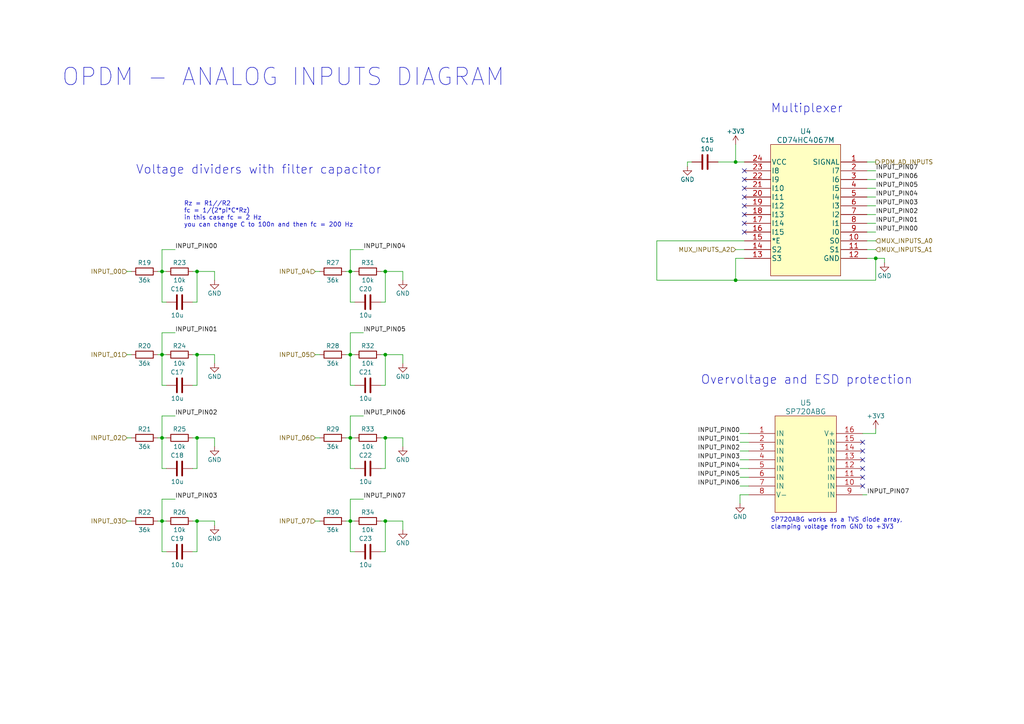
<source format=kicad_sch>
(kicad_sch (version 20211123) (generator eeschema)
  (paper "A4")
  (title_block (title "Analog inputs circuit") (date "2023-05-23") (rev "Rev0.1") (company "Breno Niehues dos Santos"))
  (lib_symbols
    (symbol "2022-11-24_03-33-34:CD74HC4067M" (pin_names (offset 0.254))
      (property "Value" "CD74HC4067M" (at -17.78 6.35 0))
      (symbol "CD74HC4067M_0_1"
        (rectangle (start 7.62 5.08) (end 27.94 -33.02) (fill (type background)))
      )
      (symbol "CD74HC4067M_1_1"
        (pin bidirectional line (at 0 0 0) (length 7.62) (name "SIGNAL") (number "1"))
        (pin output line (at 0 -22.86 0) (length 7.62) (name "S0") (number "10"))
        (pin output line (at 0 -25.4 0) (length 7.62) (name "S1") (number "11"))
        (pin power_in line (at 0 -27.94 0) (length 7.62) (name "GND") (number "12"))
        (pin output line (at 35.56 -27.94 180) (length 7.62) (name "S3") (number "13"))
        (pin output line (at 35.56 -25.4 180) (length 7.62) (name "S2") (number "14"))
        (pin input line (at 35.56 -22.86 180) (length 7.62) (name "*E") (number "15"))
        (pin input line (at 35.56 -20.32 180) (length 7.62) (name "I15") (number "16"))
        (pin input line (at 35.56 -17.78 180) (length 7.62) (name "I14") (number "17"))
        (pin input line (at 35.56 -15.24 180) (length 7.62) (name "I13") (number "18"))
        (pin input line (at 35.56 -12.7 180) (length 7.62) (name "I12") (number "19"))
        (pin input line (at 0 -2.54 0) (length 7.62) (name "I7") (number "2"))
        (pin input line (at 35.56 -10.16 180) (length 7.62) (name "I11") (number "20"))
        (pin input line (at 35.56 -7.62 180) (length 7.62) (name "I10") (number "21"))
        (pin input line (at 35.56 -5.08 180) (length 7.62) (name "I9") (number "22"))
        (pin input line (at 35.56 -2.54 180) (length 7.62) (name "I8") (number "23"))
        (pin power_in line (at 35.56 0 180) (length 7.62) (name "VCC") (number "24"))
        (pin input line (at 0 -5.08 0) (length 7.62) (name "I6") (number "3"))
        (pin input line (at 0 -7.62 0) (length 7.62) (name "I5") (number "4"))
        (pin input line (at 0 -10.16 0) (length 7.62) (name "I4") (number "5"))
        (pin input line (at 0 -12.7 0) (length 7.62) (name "I3") (number "6"))
        (pin input line (at 0 -15.24 0) (length 7.62) (name "I2") (number "7"))
        (pin input line (at 0 -17.78 0) (length 7.62) (name "I1") (number "8"))
        (pin input line (at 0 -20.32 0) (length 7.62) (name "I0") (number "9"))
      )
    )
    (symbol "Device:C" (pin_numbers hide) (pin_names (offset 0.254))
      (property "Reference" "C" (at 0.635 2.54 0))
      (property "Value" "C" (at 0.635 -2.54 0))
      (symbol "C_0_1"
        (polyline (pts (xy -2.032 -0.762) (xy 2.032 -0.762)) (stroke (width 0.508)))
        (polyline (pts (xy -2.032 0.762) (xy 2.032 0.762)) (stroke (width 0.508)))
      )
      (symbol "C_1_1"
        (pin passive line (at 0 3.81 270) (length 2.794) (name "~") (number "1"))
        (pin passive line (at 0 -3.81 90) (length 2.794) (name "~") (number "2"))
      )
    )
    (symbol "Device:R" (pin_numbers hide) (pin_names (offset 0))
      (property "Reference" "R" (at 2.032 0 90))
      (property "Value" "R" (at 0 0 90))
      (symbol "R_0_1"
        (rectangle (start -1.016 -2.54) (end 1.016 2.54) (stroke (width 0.254)))
      )
      (symbol "R_1_1"
        (pin passive line (at 0 3.81 270) (length 1.27) (name "~") (number "1"))
        (pin passive line (at 0 -3.81 90) (length 1.27) (name "~") (number "2"))
      )
    )
    (symbol "SP720ABG:SP720ABG" (pin_names (offset 0.254))
      (property "Reference" "U?" (at 20.32 11.43 0))
      (property "Value" "SP720ABG" (at 20.32 7.62 0))
      (symbol "SP720ABG_0_1"
        (rectangle (start 7.62 5.08) (end 25.4 -22.86) (fill (type background)))
      )
      (symbol "SP720ABG_1_1"
        (pin input line (at 0 0 0) (length 7.62) (name "IN") (number "1"))
        (pin input line (at 33.02 -15.24 180) (length 7.62) (name "IN") (number "10"))
        (pin input line (at 33.02 -12.7 180) (length 7.62) (name "IN") (number "11"))
        (pin input line (at 33.02 -10.16 180) (length 7.62) (name "IN") (number "12"))
        (pin input line (at 33.02 -7.62 180) (length 7.62) (name "IN") (number "13"))
        (pin input line (at 33.02 -5.08 180) (length 7.62) (name "IN") (number "14"))
        (pin input line (at 33.02 -2.54 180) (length 7.62) (name "IN") (number "15"))
        (pin output line (at 33.02 0 180) (length 7.62) (name "V+") (number "16"))
        (pin input line (at 0 -2.54 0) (length 7.62) (name "IN") (number "2"))
        (pin input line (at 0 -5.08 0) (length 7.62) (name "IN") (number "3"))
        (pin input line (at 0 -7.62 0) (length 7.62) (name "IN") (number "4"))
        (pin input line (at 0 -10.16 0) (length 7.62) (name "IN") (number "5"))
        (pin input line (at 0 -12.7 0) (length 7.62) (name "IN") (number "6"))
        (pin input line (at 0 -15.24 0) (length 7.62) (name "IN") (number "7"))
        (pin output line (at 0 -17.78 0) (length 7.62) (name "V-") (number "8"))
        (pin input line (at 33.02 -17.78 180) (length 7.62) (name "IN") (number "9"))
      )
    )
    (symbol "power:+3V3" (power) (pin_names (offset 0))
      (property "Value" "+3V3" (at 0 3.556 0))
      (symbol "+3V3_0_1"
        (polyline (pts (xy -0.762 1.27) (xy 0 2.54)))
        (polyline (pts (xy 0 0) (xy 0 2.54)))
        (polyline (pts (xy 0 2.54) (xy 0.762 1.27)))
      )
      (symbol "+3V3_1_1"
        (pin power_in line (at 0 0 90) (length 0) hide (name "+3V3") (number "1"))
      )
    )
    (symbol "power:GND" (power) (pin_names (offset 0))
      (property "Value" "GND" (at 0 -3.81 0))
      (symbol "GND_0_1"
        (polyline (pts (xy 0 0) (xy 0 -1.27) (xy 1.27 -1.27) (xy 0 -2.54) (xy -1.27 -1.27) (xy 0 -1.27)))
      )
      (symbol "GND_1_1"
        (pin power_in line (at 0 0 270) (length 0) hide (name "GND") (number "1"))
      )
    )
  )
  (junction (at 101.6 151.13))
  (junction (at 111.76 78.74))
  (junction (at 57.15 78.74))
  (junction (at 254 74.93))
  (junction (at 111.76 151.13))
  (junction (at 111.76 102.87))
  (junction (at 101.6 102.87))
  (junction (at 57.15 102.87))
  (junction (at 111.76 127))
  (junction (at 46.99 151.13))
  (junction (at 213.36 81.28))
  (junction (at 46.99 127))
  (junction (at 101.6 78.74))
  (junction (at 213.36 46.99))
  (junction (at 46.99 78.74))
  (junction (at 101.6 127))
  (junction (at 46.99 102.87))
  (junction (at 57.15 127))
  (junction (at 57.15 151.13))
  (no_connect (at 250.19 135.89))
  (no_connect (at 215.9 62.23))
  (no_connect (at 215.9 64.77))
  (no_connect (at 250.19 138.43))
  (no_connect (at 215.9 67.31))
  (no_connect (at 215.9 52.07))
  (no_connect (at 215.9 49.53))
  (no_connect (at 215.9 59.69))
  (no_connect (at 250.19 130.81))
  (no_connect (at 215.9 57.15))
  (no_connect (at 250.19 140.97))
  (no_connect (at 215.9 54.61))
  (no_connect (at 250.19 128.27))
  (no_connect (at 250.19 133.35))
  (wire (pts (xy 215.9 69.85) (xy 190.5 69.85)))
  (wire (pts (xy 46.99 120.65) (xy 50.8 120.65)))
  (wire (pts (xy 46.99 78.74) (xy 48.26 78.74)))
  (wire (pts (xy 48.26 135.89) (xy 46.99 135.89)))
  (wire (pts (xy 101.6 135.89) (xy 101.6 127)))
  (wire (pts (xy 55.88 87.63) (xy 57.15 87.63)))
  (wire (pts (xy 62.23 152.4) (xy 62.23 151.13)))
  (wire (pts (xy 199.39 46.99) (xy 199.39 48.26)))
  (wire (pts (xy 45.72 127) (xy 46.99 127)))
  (wire (pts (xy 91.44 102.87) (xy 92.71 102.87)))
  (wire (pts (xy 215.9 74.93) (xy 213.36 74.93)))
  (wire (pts (xy 116.84 151.13) (xy 116.84 153.67)))
  (wire (pts (xy 57.15 102.87) (xy 62.23 102.87)))
  (wire (pts (xy 217.17 135.89) (xy 214.63 135.89)))
  (wire (pts (xy 46.99 120.65) (xy 46.99 127)))
  (wire (pts (xy 91.44 78.74) (xy 92.71 78.74)))
  (wire (pts (xy 46.99 72.39) (xy 50.8 72.39)))
  (wire (pts (xy 100.33 78.74) (xy 101.6 78.74)))
  (wire (pts (xy 101.6 111.76) (xy 101.6 102.87)))
  (wire (pts (xy 101.6 160.02) (xy 101.6 151.13)))
  (wire (pts (xy 111.76 102.87) (xy 116.84 102.87)))
  (wire (pts (xy 215.9 46.99) (xy 213.36 46.99)))
  (wire (pts (xy 217.17 138.43) (xy 214.63 138.43)))
  (wire (pts (xy 46.99 144.78) (xy 50.8 144.78)))
  (wire (pts (xy 57.15 151.13) (xy 62.23 151.13)))
  (wire (pts (xy 48.26 160.02) (xy 46.99 160.02)))
  (wire (pts (xy 46.99 96.52) (xy 46.99 102.87)))
  (wire (pts (xy 46.99 111.76) (xy 46.99 102.87)))
  (wire (pts (xy 213.36 81.28) (xy 254 81.28)))
  (wire (pts (xy 254 74.93) (xy 251.46 74.93)))
  (wire (pts (xy 55.88 160.02) (xy 57.15 160.02)))
  (wire (pts (xy 116.84 127) (xy 116.84 129.54)))
  (wire (pts (xy 36.83 127) (xy 38.1 127)))
  (wire (pts (xy 254 124.46) (xy 254 125.73)))
  (wire (pts (xy 213.36 72.39) (xy 215.9 72.39)))
  (wire (pts (xy 36.83 78.74) (xy 38.1 78.74)))
  (wire (pts (xy 110.49 87.63) (xy 111.76 87.63)))
  (wire (pts (xy 251.46 143.51) (xy 250.19 143.51)))
  (wire (pts (xy 101.6 144.78) (xy 101.6 151.13)))
  (wire (pts (xy 110.49 78.74) (xy 111.76 78.74)))
  (wire (pts (xy 57.15 102.87) (xy 57.15 111.76)))
  (wire (pts (xy 46.99 87.63) (xy 46.99 78.74)))
  (wire (pts (xy 217.17 130.81) (xy 214.63 130.81)))
  (wire (pts (xy 116.84 78.74) (xy 116.84 81.28)))
  (wire (pts (xy 101.6 120.65) (xy 105.41 120.65)))
  (wire (pts (xy 57.15 78.74) (xy 62.23 78.74)))
  (wire (pts (xy 251.46 52.07) (xy 254 52.07)))
  (wire (pts (xy 46.99 72.39) (xy 46.99 78.74)))
  (wire (pts (xy 102.87 135.89) (xy 101.6 135.89)))
  (wire (pts (xy 251.46 64.77) (xy 254 64.77)))
  (wire (pts (xy 101.6 96.52) (xy 105.41 96.52)))
  (wire (pts (xy 217.17 128.27) (xy 214.63 128.27)))
  (wire (pts (xy 46.99 127) (xy 48.26 127)))
  (wire (pts (xy 46.99 160.02) (xy 46.99 151.13)))
  (wire (pts (xy 46.99 151.13) (xy 48.26 151.13)))
  (wire (pts (xy 46.99 102.87) (xy 48.26 102.87)))
  (wire (pts (xy 55.88 151.13) (xy 57.15 151.13)))
  (wire (pts (xy 101.6 127) (xy 102.87 127)))
  (wire (pts (xy 254 81.28) (xy 254 74.93)))
  (wire (pts (xy 55.88 135.89) (xy 57.15 135.89)))
  (wire (pts (xy 101.6 151.13) (xy 102.87 151.13)))
  (wire (pts (xy 101.6 72.39) (xy 105.41 72.39)))
  (wire (pts (xy 217.17 133.35) (xy 214.63 133.35)))
  (wire (pts (xy 110.49 102.87) (xy 111.76 102.87)))
  (wire (pts (xy 256.54 74.93) (xy 256.54 76.2)))
  (wire (pts (xy 217.17 143.51) (xy 214.63 143.51)))
  (wire (pts (xy 254 125.73) (xy 250.19 125.73)))
  (wire (pts (xy 190.5 81.28) (xy 213.36 81.28)))
  (wire (pts (xy 111.76 127) (xy 111.76 135.89)))
  (wire (pts (xy 36.83 151.13) (xy 38.1 151.13)))
  (wire (pts (xy 251.46 59.69) (xy 254 59.69)))
  (wire (pts (xy 46.99 96.52) (xy 50.8 96.52)))
  (wire (pts (xy 102.87 160.02) (xy 101.6 160.02)))
  (wire (pts (xy 251.46 57.15) (xy 254 57.15)))
  (wire (pts (xy 100.33 127) (xy 101.6 127)))
  (wire (pts (xy 251.46 67.31) (xy 254 67.31)))
  (wire (pts (xy 46.99 144.78) (xy 46.99 151.13)))
  (wire (pts (xy 251.46 72.39) (xy 254 72.39)))
  (wire (pts (xy 251.46 46.99) (xy 254 46.99)))
  (wire (pts (xy 110.49 127) (xy 111.76 127)))
  (wire (pts (xy 101.6 120.65) (xy 101.6 127)))
  (wire (pts (xy 254 74.93) (xy 256.54 74.93)))
  (wire (pts (xy 110.49 160.02) (xy 111.76 160.02)))
  (wire (pts (xy 48.26 87.63) (xy 46.99 87.63)))
  (wire (pts (xy 251.46 54.61) (xy 254 54.61)))
  (wire (pts (xy 217.17 125.73) (xy 214.63 125.73)))
  (wire (pts (xy 45.72 102.87) (xy 46.99 102.87)))
  (wire (pts (xy 101.6 144.78) (xy 105.41 144.78)))
  (wire (pts (xy 55.88 78.74) (xy 57.15 78.74)))
  (wire (pts (xy 111.76 127) (xy 116.84 127)))
  (wire (pts (xy 213.36 74.93) (xy 213.36 81.28)))
  (wire (pts (xy 101.6 78.74) (xy 102.87 78.74)))
  (wire (pts (xy 214.63 143.51) (xy 214.63 146.05)))
  (wire (pts (xy 57.15 127) (xy 57.15 135.89)))
  (wire (pts (xy 251.46 49.53) (xy 254 49.53)))
  (wire (pts (xy 213.36 41.91) (xy 213.36 46.99)))
  (wire (pts (xy 55.88 102.87) (xy 57.15 102.87)))
  (wire (pts (xy 46.99 135.89) (xy 46.99 127)))
  (wire (pts (xy 110.49 111.76) (xy 111.76 111.76)))
  (wire (pts (xy 57.15 127) (xy 62.23 127)))
  (wire (pts (xy 111.76 78.74) (xy 111.76 87.63)))
  (wire (pts (xy 101.6 72.39) (xy 101.6 78.74)))
  (wire (pts (xy 111.76 151.13) (xy 116.84 151.13)))
  (wire (pts (xy 217.17 140.97) (xy 214.63 140.97)))
  (wire (pts (xy 45.72 78.74) (xy 46.99 78.74)))
  (wire (pts (xy 111.76 78.74) (xy 116.84 78.74)))
  (wire (pts (xy 100.33 102.87) (xy 101.6 102.87)))
  (wire (pts (xy 62.23 78.74) (xy 62.23 81.28)))
  (wire (pts (xy 55.88 127) (xy 57.15 127)))
  (wire (pts (xy 251.46 69.85) (xy 254 69.85)))
  (wire (pts (xy 62.23 102.87) (xy 62.23 105.41)))
  (wire (pts (xy 251.46 62.23) (xy 254 62.23)))
  (wire (pts (xy 101.6 102.87) (xy 102.87 102.87)))
  (wire (pts (xy 57.15 151.13) (xy 57.15 160.02)))
  (wire (pts (xy 45.72 151.13) (xy 46.99 151.13)))
  (wire (pts (xy 190.5 69.85) (xy 190.5 81.28)))
  (wire (pts (xy 110.49 151.13) (xy 111.76 151.13)))
  (wire (pts (xy 200.66 46.99) (xy 199.39 46.99)))
  (wire (pts (xy 208.28 46.99) (xy 213.36 46.99)))
  (wire (pts (xy 36.83 102.87) (xy 38.1 102.87)))
  (wire (pts (xy 116.84 102.87) (xy 116.84 105.41)))
  (wire (pts (xy 62.23 127) (xy 62.23 129.54)))
  (wire (pts (xy 100.33 151.13) (xy 101.6 151.13)))
  (wire (pts (xy 48.26 111.76) (xy 46.99 111.76)))
  (wire (pts (xy 111.76 151.13) (xy 111.76 160.02)))
  (wire (pts (xy 55.88 111.76) (xy 57.15 111.76)))
  (wire (pts (xy 102.87 87.63) (xy 101.6 87.63)))
  (wire (pts (xy 101.6 96.52) (xy 101.6 102.87)))
  (wire (pts (xy 57.15 78.74) (xy 57.15 87.63)))
  (wire (pts (xy 101.6 87.63) (xy 101.6 78.74)))
  (wire (pts (xy 110.49 135.89) (xy 111.76 135.89)))
  (wire (pts (xy 91.44 151.13) (xy 92.71 151.13)))
  (wire (pts (xy 111.76 102.87) (xy 111.76 111.76)))
  (wire (pts (xy 102.87 111.76) (xy 101.6 111.76)))
  (wire (pts (xy 91.44 127) (xy 92.71 127)))
  (text "Multiplexer" (at 223.52 33.02 0) (effects (font (size 2.54 2.54)) (justify left bottom)))
  (text "Voltage dividers with filter capacitor" (at 39.37 50.8 0) (effects (font (size 2.54 2.54)) (justify left bottom)))
  (text "SP720ABG works as a TVS diode array,\nclamping voltage from GND to +3V3" (at 223.52 153.67 0) (effects (font (size 1.27 1.27)) (justify left bottom)))
  (text "OPDM - ANALOG INPUTS DIAGRAM" (at 17.78 25.4 0) (effects (font (size 5 5)) (justify left bottom)))
  (text "Overvoltage and ESD protection" (at 203.2 111.76 0) (effects (font (size 2.54 2.54)) (justify left bottom)))
  (text "Rz = R1//R2\nfc = 1/(2*pi*C*Rz)\nin this case fc = 2 Hz\nyou can change C to 100n and then fc = 200 Hz" (at 53.34 66.04 0) (effects (font (size 1.27 1.27)) (justify left bottom)))
  (label "INPUT_PIN04" (at 105.41 72.39 0))
  (label "INPUT_PIN05" (at 254 54.61 0))
  (label "INPUT_PIN00" (at 214.63 125.73 180))
  (label "INPUT_PIN05" (at 214.63 138.43 180))
  (label "INPUT_PIN00" (at 254 67.31 0))
  (label "INPUT_PIN04" (at 254 57.15 0))
  (label "INPUT_PIN03" (at 254 59.69 0))
  (label "INPUT_PIN00" (at 50.8 72.39 0))
  (label "INPUT_PIN01" (at 214.63 128.27 180))
  (label "INPUT_PIN06" (at 254 52.07 0))
  (label "INPUT_PIN06" (at 105.41 120.65 0))
  (label "INPUT_PIN07" (at 254 49.53 0))
  (label "INPUT_PIN07" (at 251.46 143.51 0))
  (label "INPUT_PIN05" (at 105.41 96.52 0))
  (label "INPUT_PIN02" (at 214.63 130.81 180))
  (label "INPUT_PIN01" (at 254 64.77 0))
  (label "INPUT_PIN06" (at 214.63 140.97 180))
  (label "INPUT_PIN04" (at 214.63 135.89 180))
  (label "INPUT_PIN02" (at 254 62.23 0))
  (label "INPUT_PIN01" (at 50.8 96.52 0))
  (label "INPUT_PIN03" (at 50.8 144.78 0))
  (label "INPUT_PIN02" (at 50.8 120.65 0))
  (label "INPUT_PIN03" (at 214.63 133.35 180))
  (label "INPUT_PIN07" (at 105.41 144.78 0))
  (hierarchical_label "INPUT_02" (shape input) (at 36.83 127 180))
  (hierarchical_label "INPUT_00" (shape input) (at 36.83 78.74 180))
  (hierarchical_label "INPUT_01" (shape input) (at 36.83 102.87 180))
  (hierarchical_label "INPUT_04" (shape input) (at 91.44 78.74 180))
  (hierarchical_label "INPUT_05" (shape input) (at 91.44 102.87 180))
  (hierarchical_label "MUX_INPUTS_A0" (shape input) (at 254 69.85 0))
  (hierarchical_label "INPUT_07" (shape input) (at 91.44 151.13 180))
  (hierarchical_label "MUX_INPUTS_A2" (shape input) (at 213.36 72.39 180))
  (hierarchical_label "PDM_AD_INPUTS" (shape output) (at 254 46.99 0))
  (hierarchical_label "INPUT_06" (shape input) (at 91.44 127 180))
  (hierarchical_label "MUX_INPUTS_A1" (shape input) (at 254 72.39 0))
  (hierarchical_label "INPUT_03" (shape input) (at 36.83 151.13 180))
  (symbol (lib_id "Device:R") (at 41.91 102.87 90) (unit 1)
    (property "Reference" "R20" (at 41.91 100.33 90))
    (property "Value" "36k" (at 41.91 105.41 90))
    (property "Footprint" "Resistor_SMD:R_0805_2012Metric_Pad1.20x1.40mm_HandSolder" (effects hide))
  )
  (symbol (lib_id "power:GND") (at 62.23 105.41 0) (unit 1)
    (property "Reference" "#PWR020" (effects hide))
    (property "Value" "GND" (at 62.23 109.22 0))
  )
  (symbol (lib_id "Device:R") (at 52.07 127 90) (unit 1)
    (property "Reference" "R25" (at 52.07 124.46 90))
    (property "Value" "10k" (at 52.07 129.54 90))
    (property "Footprint" "Resistor_SMD:R_0805_2012Metric_Pad1.20x1.40mm_HandSolder" (effects hide))
  )
  (symbol (lib_id "Device:C") (at 106.68 135.89 90) (unit 1)
    (property "Reference" "C22" (at 107.95 132.08 90) (effects (justify left)))
    (property "Value" "10u" (at 107.95 139.7 90) (effects (justify left)))
    (property "Footprint" "Capacitor_SMD:C_0805_2012Metric_Pad1.18x1.45mm_HandSolder" (effects hide))
  )
  (symbol (lib_id "Device:R") (at 41.91 78.74 90) (unit 1)
    (property "Reference" "R19" (at 41.91 76.2 90))
    (property "Value" "36k" (at 41.91 81.28 90))
    (property "Footprint" "Resistor_SMD:R_0805_2012Metric_Pad1.20x1.40mm_HandSolder" (effects hide))
  )
  (symbol (lib_id "power:GND") (at 62.23 81.28 0) (unit 1)
    (property "Reference" "#PWR019" (effects hide))
    (property "Value" "GND" (at 62.23 85.09 0))
  )
  (symbol (lib_id "Device:R") (at 96.52 102.87 90) (unit 1)
    (property "Reference" "R28" (at 96.52 100.33 90))
    (property "Value" "36k" (at 96.52 105.41 90))
    (property "Footprint" "Resistor_SMD:R_0805_2012Metric_Pad1.20x1.40mm_HandSolder" (effects hide))
  )
  (symbol (lib_id "Device:C") (at 52.07 111.76 90) (unit 1)
    (property "Reference" "C17" (at 53.34 107.95 90) (effects (justify left)))
    (property "Value" "10u" (at 53.34 115.57 90) (effects (justify left)))
    (property "Footprint" "Capacitor_SMD:C_0805_2012Metric_Pad1.18x1.45mm_HandSolder" (effects hide))
  )
  (symbol (lib_id "power:+3V3") (at 213.36 41.91 0) (unit 1)
    (property "Reference" "#PWR018" (effects hide))
    (property "Value" "+3V3" (at 213.36 38.1 0))
  )
  (symbol (lib_id "Device:R") (at 106.68 127 90) (unit 1)
    (property "Reference" "R33" (at 106.68 124.46 90))
    (property "Value" "10k" (at 106.68 129.54 90))
    (property "Footprint" "Resistor_SMD:R_0805_2012Metric_Pad1.20x1.40mm_HandSolder" (effects hide))
  )
  (symbol (lib_id "Device:R") (at 52.07 151.13 90) (unit 1)
    (property "Reference" "R26" (at 52.07 148.59 90))
    (property "Value" "10k" (at 52.07 153.67 90))
    (property "Footprint" "Resistor_SMD:R_0805_2012Metric_Pad1.20x1.40mm_HandSolder" (effects hide))
  )
  (symbol (lib_id "Device:C") (at 204.47 46.99 270) (mirror x) (unit 1)
    (property "Reference" "C15" (at 203.2 40.64 90) (effects (justify left)))
    (property "Value" "10u" (at 203.2 43.18 90) (effects (justify left)))
    (property "Footprint" "Capacitor_SMD:C_0805_2012Metric_Pad1.18x1.45mm_HandSolder" (effects hide))
  )
  (symbol (lib_id "Device:C") (at 106.68 87.63 90) (unit 1)
    (property "Reference" "C20" (at 107.95 83.82 90) (effects (justify left)))
    (property "Value" "10u" (at 107.95 91.44 90) (effects (justify left)))
    (property "Footprint" "Capacitor_SMD:C_0805_2012Metric_Pad1.18x1.45mm_HandSolder" (effects hide))
  )
  (symbol (lib_id "power:GND") (at 116.84 81.28 0) (unit 1)
    (property "Reference" "#PWR024" (effects hide))
    (property "Value" "GND" (at 116.84 85.09 0))
  )
  (symbol (lib_id "Device:R") (at 41.91 151.13 90) (unit 1)
    (property "Reference" "R22" (at 41.91 148.59 90))
    (property "Value" "36k" (at 41.91 153.67 90))
    (property "Footprint" "Resistor_SMD:R_0805_2012Metric_Pad1.20x1.40mm_HandSolder" (effects hide))
  )
  (symbol (lib_id "Device:C") (at 106.68 160.02 90) (unit 1)
    (property "Reference" "C23" (at 107.95 156.21 90) (effects (justify left)))
    (property "Value" "10u" (at 107.95 163.83 90) (effects (justify left)))
    (property "Footprint" "Capacitor_SMD:C_0805_2012Metric_Pad1.18x1.45mm_HandSolder" (effects hide))
  )
  (symbol (lib_id "Device:R") (at 96.52 78.74 90) (unit 1)
    (property "Reference" "R27" (at 96.52 76.2 90))
    (property "Value" "36k" (at 96.52 81.28 90))
    (property "Footprint" "Resistor_SMD:R_0805_2012Metric_Pad1.20x1.40mm_HandSolder" (effects hide))
  )
  (symbol (lib_id "power:GND") (at 199.39 48.26 0) (mirror y) (unit 1)
    (property "Reference" "#PWR017" (effects hide))
    (property "Value" "GND" (at 199.39 52.07 0))
  )
  (symbol (lib_id "power:GND") (at 256.54 76.2 0) (unit 1)
    (property "Reference" "#PWR023" (effects hide))
    (property "Value" "GND" (at 256.54 80.01 0))
  )
  (symbol (lib_id "Device:C") (at 106.68 111.76 90) (unit 1)
    (property "Reference" "C21" (at 107.95 107.95 90) (effects (justify left)))
    (property "Value" "10u" (at 107.95 115.57 90) (effects (justify left)))
    (property "Footprint" "Capacitor_SMD:C_0805_2012Metric_Pad1.18x1.45mm_HandSolder" (effects hide))
  )
  (symbol (lib_id "power:GND") (at 116.84 129.54 0) (unit 1)
    (property "Reference" "#PWR026" (effects hide))
    (property "Value" "GND" (at 116.84 133.35 0))
  )
  (symbol (lib_id "Device:R") (at 106.68 78.74 90) (unit 1)
    (property "Reference" "R31" (at 106.68 76.2 90))
    (property "Value" "10k" (at 106.68 81.28 90))
    (property "Footprint" "Resistor_SMD:R_0805_2012Metric_Pad1.20x1.40mm_HandSolder" (effects hide))
  )
  (symbol (lib_id "Device:C") (at 52.07 160.02 90) (unit 1)
    (property "Reference" "C19" (at 53.34 156.21 90) (effects (justify left)))
    (property "Value" "10u" (at 53.34 163.83 90) (effects (justify left)))
    (property "Footprint" "Capacitor_SMD:C_0805_2012Metric_Pad1.18x1.45mm_HandSolder" (effects hide))
  )
  (symbol (lib_id "Device:C") (at 52.07 135.89 90) (unit 1)
    (property "Reference" "C18" (at 53.34 132.08 90) (effects (justify left)))
    (property "Value" "10u" (at 53.34 139.7 90) (effects (justify left)))
    (property "Footprint" "Capacitor_SMD:C_0805_2012Metric_Pad1.18x1.45mm_HandSolder" (effects hide))
  )
  (symbol (lib_id "Device:R") (at 41.91 127 90) (unit 1)
    (property "Reference" "R21" (at 41.91 124.46 90))
    (property "Value" "36k" (at 41.91 129.54 90))
    (property "Footprint" "Resistor_SMD:R_0805_2012Metric_Pad1.20x1.40mm_HandSolder" (effects hide))
  )
  (symbol (lib_id "power:GND") (at 214.63 146.05 0) (unit 1)
    (property "Reference" "#PWR028" (effects hide))
    (property "Value" "GND" (at 214.63 149.86 0))
  )
  (symbol (lib_id "Device:C") (at 52.07 87.63 90) (unit 1)
    (property "Reference" "C16" (at 53.34 83.82 90) (effects (justify left)))
    (property "Value" "10u" (at 53.34 91.44 90) (effects (justify left)))
    (property "Footprint" "Capacitor_SMD:C_0805_2012Metric_Pad1.18x1.45mm_HandSolder" (effects hide))
  )
  (symbol (lib_id "Device:R") (at 106.68 102.87 90) (unit 1)
    (property "Reference" "R32" (at 106.68 100.33 90))
    (property "Value" "10k" (at 106.68 105.41 90))
    (property "Footprint" "Resistor_SMD:R_0805_2012Metric_Pad1.20x1.40mm_HandSolder" (effects hide))
  )
  (symbol (lib_id "Device:R") (at 52.07 78.74 90) (unit 1)
    (property "Reference" "R23" (at 52.07 76.2 90))
    (property "Value" "10k" (at 52.07 81.28 90))
    (property "Footprint" "Resistor_SMD:R_0805_2012Metric_Pad1.20x1.40mm_HandSolder" (effects hide))
  )
  (symbol (lib_id "Device:R") (at 96.52 127 90) (unit 1)
    (property "Reference" "R29" (at 96.52 124.46 90))
    (property "Value" "36k" (at 96.52 129.54 90))
    (property "Footprint" "Resistor_SMD:R_0805_2012Metric_Pad1.20x1.40mm_HandSolder" (effects hide))
  )
  (symbol (lib_id "power:GND") (at 116.84 105.41 0) (unit 1)
    (property "Reference" "#PWR025" (effects hide))
    (property "Value" "GND" (at 116.84 109.22 0))
  )
  (symbol (lib_id "2022-11-24_03-33-34:CD74HC4067M") (at 251.46 46.99 0) (mirror y) (unit 1)
    (property "Reference" "U4" (at 233.68 38.1 0) (effects (font (size 1.524 1.524))))
    (property "Value" "CD74HC4067M" (at 233.68 40.64 0) (effects (font (size 1.524 1.524))))
    (property "Footprint" "Package_SO:SOIC-24W_7.5x15.4mm_P1.27mm" (effects hide))
  )
  (symbol (lib_id "Device:R") (at 96.52 151.13 90) (unit 1)
    (property "Reference" "R30" (at 96.52 148.59 90))
    (property "Value" "36k" (at 96.52 153.67 90))
    (property "Footprint" "Resistor_SMD:R_0805_2012Metric_Pad1.20x1.40mm_HandSolder" (effects hide))
  )
  (symbol (lib_id "SP720ABG:SP720ABG") (at 217.17 125.73 0) (unit 1)
    (property "Reference" "U5" (at 233.68 116.84 0) (effects (font (size 1.524 1.524))))
    (property "Value" "SP720ABG" (at 233.68 119.38 0) (effects (font (size 1.524 1.524))))
    (property "Footprint" "Package_SO:SOIC-16_3.9x9.9mm_P1.27mm" (effects hide))
  )
  (symbol (lib_id "Device:R") (at 52.07 102.87 90) (unit 1)
    (property "Reference" "R24" (at 52.07 100.33 90))
    (property "Value" "10k" (at 52.07 105.41 90))
    (property "Footprint" "Resistor_SMD:R_0805_2012Metric_Pad1.20x1.40mm_HandSolder" (effects hide))
  )
  (symbol (lib_id "Device:R") (at 106.68 151.13 90) (unit 1)
    (property "Reference" "R34" (at 106.68 148.59 90))
    (property "Value" "10k" (at 106.68 153.67 90))
    (property "Footprint" "Resistor_SMD:R_0805_2012Metric_Pad1.20x1.40mm_HandSolder" (effects hide))
  )
  (symbol (lib_id "power:GND") (at 116.84 153.67 0) (unit 1)
    (property "Reference" "#PWR027" (effects hide))
    (property "Value" "GND" (at 116.84 157.48 0))
  )
  (symbol (lib_id "power:GND") (at 62.23 129.54 0) (unit 1)
    (property "Reference" "#PWR021" (effects hide))
    (property "Value" "GND" (at 62.23 133.35 0))
  )
  (symbol (lib_id "power:+3V3") (at 254 124.46 0) (unit 1)
    (property "Reference" "#PWR029" (effects hide))
    (property "Value" "+3V3" (at 254 120.65 0))
  )
  (symbol (lib_id "power:GND") (at 62.23 152.4 0) (unit 1)
    (property "Reference" "#PWR022" (effects hide))
    (property "Value" "GND" (at 62.23 156.21 0))
  )
)
</source>
